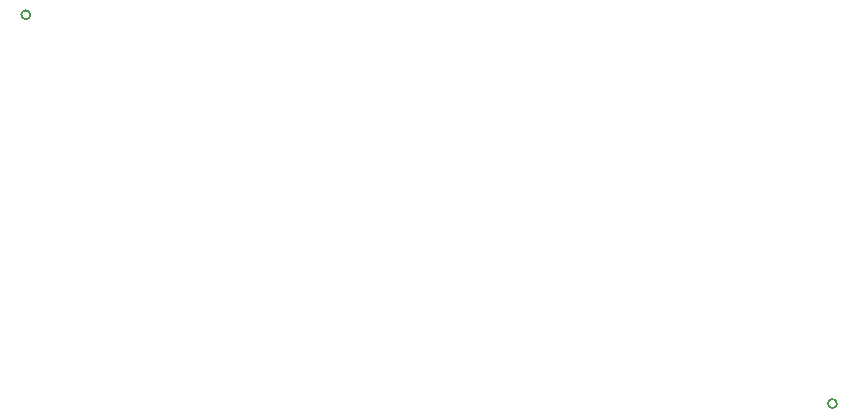
<source format=gbr>
G04 #@! TF.GenerationSoftware,KiCad,Pcbnew,(5.1.5)-3*
G04 #@! TF.CreationDate,2020-10-19T10:12:20-04:00*
G04 #@! TF.ProjectId,flight_computer,666c6967-6874-45f6-936f-6d7075746572,rev?*
G04 #@! TF.SameCoordinates,Original*
G04 #@! TF.FileFunction,Legend,Bot*
G04 #@! TF.FilePolarity,Positive*
%FSLAX46Y46*%
G04 Gerber Fmt 4.6, Leading zero omitted, Abs format (unit mm)*
G04 Created by KiCad (PCBNEW (5.1.5)-3) date 2020-10-19 10:12:20*
%MOMM*%
%LPD*%
G04 APERTURE LIST*
%ADD10C,0.152400*%
G04 APERTURE END LIST*
D10*
X86614000Y-78994000D02*
G75*
G03X86614000Y-78994000I-381000J0D01*
G01*
X154905202Y-111912400D02*
G75*
G03X154905202Y-111912400I-381000J0D01*
G01*
M02*

</source>
